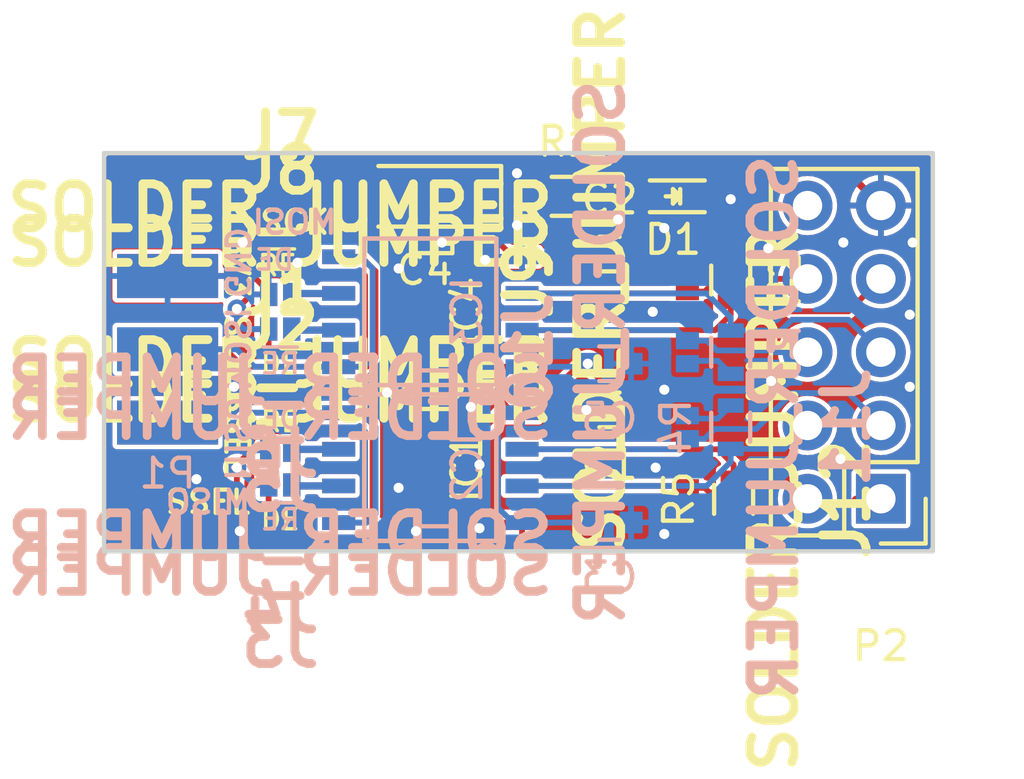
<source format=kicad_pcb>
(kicad_pcb (version 20221018) (generator pcbnew)
  (layers (0 "F.Cu" signal) (31 "B.Cu" signal) (34 "B.Paste" user) (35 "F.Paste" user) (36 "B.SilkS" user "B.Silkscreen") (37 "F.SilkS" user "F.Silkscreen") (38 "B.Mask" user) (39 "F.Mask" user) (44 "Edge.Cuts" user))
  (net 0 "")
  (net 1 "+3V3")
  (net 2 "GND")
  (net 3 "Net-(D1-Pad2)")
  (net 4 "Net-(IC1-Pad7)")
  (net 5 "Net-(IC1-Pad6)")
  (net 6 "SCK")
  (net 7 "Net-(IC1-Pad3)")
  (net 8 "Net-(IC1-Pad2)")
  (net 9 "Net-(IC2-Pad7)")
  (net 10 "Net-(IC2-Pad6)")
  (net 11 "MOSI")
  (net 12 "Net-(IC2-Pad3)")
  (net 13 "Net-(IC2-Pad2)")
  (net 14 "Net-(IC3-Pad7)")
  (net 15 "Net-(IC3-Pad6)")
  (net 16 "MISO")
  (net 17 "Net-(IC3-Pad3)")
  (net 18 "Net-(IC3-Pad2)")
  (net 19 "Net-(IC4-Pad7)")
  (net 20 "Net-(IC4-Pad6)")
  (net 21 "SSEL")
  (net 22 "Net-(IC4-Pad3)")
  (net 23 "Net-(IC4-Pad2)")
  (net 24 "Net-(J9-Pad2)")
  (net 25 "Net-(J10-Pad2)")
  (net 26 "Net-(J11-Pad2)")
  (net 27 "Net-(J12-Pad2)")
  (footprint "Capacitors_SMD:C_0603" (layer "F.Cu") (at 147 98.9 180)
    (fp_text reference "C1" (at 0 -1.9 180) (layer "F.SilkS"))
    (fp_text value "100nF")
    (pad "1" smd rect (at -0.75 0 180) (size 0.8 0.75) (layers "F.Cu" "F.Paste" "F.Mask") (net 1 "+3V3"))
    (pad "2" smd rect (at 0.75 0 180) (size 0.8 0.75) (layers "F.Cu" "F.Paste" "F.Mask") (net 2 "GND"))
  )
  (footprint "Capacitors_SMD:C_0603" (layer "F.Cu") (at 147 93.5)
    (fp_text reference "C2" (at 0 -1.9) (layer "F.SilkS"))
    (fp_text value "100nF")
    (pad "1" smd rect (at -0.75 0) (size 0.8 0.75) (layers "F.Cu" "F.Paste" "F.Mask") (net 1 "+3V3"))
    (pad "2" smd rect (at 0.75 0) (size 0.8 0.75) (layers "F.Cu" "F.Paste" "F.Mask") (net 2 "GND"))
  )
  (footprint "Capacitors_Tantalum_SMD:Tantalum_Case-A_EIA-3216-18_Reflow" (layer "F.Cu") (at 140.6 91.5 180)
    (fp_text reference "C4" (at 0 -2.55 180) (layer "F.SilkS"))
    (fp_text value "10uF")
    (pad "1" smd rect (at -1.375 0 180) (size 1.95 1.5) (layers "F.Cu" "F.Paste" "F.Mask") (net 1 "+3V3"))
    (pad "2" smd rect (at 1.375 0 180) (size 1.95 1.5) (layers "F.Cu" "F.Paste" "F.Mask") (net 2 "GND"))
  )
  (footprint "LEDs:LED_0603" (layer "F.Cu") (at 149.2 91.5 180)
    (fp_text reference "D1" (at 0 -1.5 180) (layer "F.SilkS"))
    (fp_text value "RED_LED")
    (pad "1" smd rect (at -0.7493 0) (size 0.79756 0.79756) (layers "F.Cu" "F.Paste" "F.Mask") (net 2 "GND"))
    (pad "2" smd rect (at 0.7493 0) (size 0.79756 0.79756) (layers "F.Cu" "F.Paste" "F.Mask") (net 3 "Net-(D1-Pad2)"))
  )
  (footprint "SMD_Packages:SOIC-8-N" (layer "F.Cu") (at 140.8 100.9 -90)
    (fp_text reference "IC1" (at 0 -1.27 270) (layer "F.SilkS"))
    (fp_text value "SN65LVDM176")
    (pad "1" smd rect (at -1.905 3.175 270) (size 0.508 1.143) (layers "F.Cu" "F.Paste" "F.Mask") (net 21 "SSEL"))
    (pad "2" smd rect (at -0.635 3.175 270) (size 0.508 1.143) (layers "F.Cu" "F.Paste" "F.Mask") (net 8 "Net-(IC1-Pad2)"))
    (pad "3" smd rect (at 0.635 3.175 270) (size 0.508 1.143) (layers "F.Cu" "F.Paste" "F.Mask") (net 7 "Net-(IC1-Pad3)"))
    (pad "4" smd rect (at 1.905 3.175 270) (size 0.508 1.143) (layers "F.Cu" "F.Paste" "F.Mask") (net 21 "SSEL"))
    (pad "5" smd rect (at 1.905 -3.175 270) (size 0.508 1.143) (layers "F.Cu" "F.Paste" "F.Mask") (net 2 "GND"))
    (pad "6" smd rect (at 0.635 -3.175 270) (size 0.508 1.143) (layers "F.Cu" "F.Paste" "F.Mask") (net 5 "Net-(IC1-Pad6)"))
    (pad "7" smd rect (at -0.635 -3.175 270) (size 0.508 1.143) (layers "F.Cu" "F.Paste" "F.Mask") (net 4 "Net-(IC1-Pad7)"))
    (pad "8" smd rect (at -1.905 -3.175 270) (size 0.508 1.143) (layers "F.Cu" "F.Paste" "F.Mask") (net 1 "+3V3"))
  )
  (footprint "SMD_Packages:SOIC-8-N" (layer "F.Cu") (at 140.8 95.5 -90)
    (fp_text reference "IC4" (at 0 -1.27 270) (layer "F.SilkS"))
    (fp_text value "SN65LVDM176")
    (pad "1" smd rect (at -1.905 3.175 270) (size 0.508 1.143) (layers "F.Cu" "F.Paste" "F.Mask") (net 6 "SCK"))
    (pad "2" smd rect (at -0.635 3.175 270) (size 0.508 1.143) (layers "F.Cu" "F.Paste" "F.Mask") (net 23 "Net-(IC4-Pad2)"))
    (pad "3" smd rect (at 0.635 3.175 270) (size 0.508 1.143) (layers "F.Cu" "F.Paste" "F.Mask") (net 22 "Net-(IC4-Pad3)"))
    (pad "4" smd rect (at 1.905 3.175 270) (size 0.508 1.143) (layers "F.Cu" "F.Paste" "F.Mask") (net 6 "SCK"))
    (pad "5" smd rect (at 1.905 -3.175 270) (size 0.508 1.143) (layers "F.Cu" "F.Paste" "F.Mask") (net 2 "GND"))
    (pad "6" smd rect (at 0.635 -3.175 270) (size 0.508 1.143) (layers "F.Cu" "F.Paste" "F.Mask") (net 20 "Net-(IC4-Pad6)"))
    (pad "7" smd rect (at -0.635 -3.175 270) (size 0.508 1.143) (layers "F.Cu" "F.Paste" "F.Mask") (net 19 "Net-(IC4-Pad7)"))
    (pad "8" smd rect (at -1.905 -3.175 270) (size 0.508 1.143) (layers "F.Cu" "F.Paste" "F.Mask") (net 1 "+3V3"))
  )
  (footprint "LercheTech:Lerche_2PsolderJumper" (layer "F.Cu") (at 135.6 100.3)
    (fp_text reference "J1" (at 0 -5.4991) (layer "F.SilkS") (effects (font (size 1.524 1.524) (thickness 0.3048))))
    (fp_text value "SOLDER_JUMPER" (at 0 -2.99974) (layer "F.SilkS") (effects (font (size 1.524 1.524) (thickness 0.3048))))
    (pad "1" smd rect (at -0.4 0) (size 0.6 0.8) (layers "F.Cu" "F.Paste" "F.Mask") (net 1 "+3V3"))
    (pad "2" smd rect (at 0.3 0) (size 0.6 0.8) (drill (offset 0.1 0)) (layers "F.Cu" "F.Paste" "F.Mask") (net 8 "Net-(IC1-Pad2)"))
  )
  (footprint "LercheTech:Lerche_2PsolderJumper" (layer "F.Cu") (at 135.6 101.5)
    (fp_text reference "J2" (at 0 -5.4991) (layer "F.SilkS") (effects (font (size 1.524 1.524) (thickness 0.3048))))
    (fp_text value "SOLDER_JUMPER" (at 0 -2.99974) (layer "F.SilkS") (effects (font (size 1.524 1.524) (thickness 0.3048))))
    (pad "1" smd rect (at -0.4 0) (size 0.6 0.8) (layers "F.Cu" "F.Paste" "F.Mask") (net 2 "GND"))
    (pad "2" smd rect (at 0.3 0) (size 0.6 0.8) (drill (offset 0.1 0)) (layers "F.Cu" "F.Paste" "F.Mask") (net 7 "Net-(IC1-Pad3)"))
  )
  (footprint "LercheTech:Lerche_2PsolderJumper" (layer "F.Cu") (at 135.6 94.9)
    (fp_text reference "J7" (at 0 -5.4991) (layer "F.SilkS") (effects (font (size 1.524 1.524) (thickness 0.3048))))
    (fp_text value "SOLDER_JUMPER" (at 0 -2.99974) (layer "F.SilkS") (effects (font (size 1.524 1.524) (thickness 0.3048))))
    (pad "1" smd rect (at -0.4 0) (size 0.6 0.8) (layers "F.Cu" "F.Paste" "F.Mask") (net 1 "+3V3"))
    (pad "2" smd rect (at 0.3 0) (size 0.6 0.8) (drill (offset 0.1 0)) (layers "F.Cu" "F.Paste" "F.Mask") (net 23 "Net-(IC4-Pad2)"))
  )
  (footprint "LercheTech:Lerche_2PsolderJumper" (layer "F.Cu") (at 135.6 96.1)
    (fp_text reference "J8" (at 0 -5.4991) (layer "F.SilkS") (effects (font (size 1.524 1.524) (thickness 0.3048))))
    (fp_text value "SOLDER_JUMPER" (at 0 -2.99974) (layer "F.SilkS") (effects (font (size 1.524 1.524) (thickness 0.3048))))
    (pad "1" smd rect (at -0.4 0) (size 0.6 0.8) (layers "F.Cu" "F.Paste" "F.Mask") (net 2 "GND"))
    (pad "2" smd rect (at 0.3 0) (size 0.6 0.8) (drill (offset 0.1 0)) (layers "F.Cu" "F.Paste" "F.Mask") (net 22 "Net-(IC4-Pad3)"))
  )
  (footprint "LercheTech:Lerche_2PsolderJumper" (layer "F.Cu") (at 149.7 94.4 90)
    (fp_text reference "J9" (at 0 -5.4991 90) (layer "F.SilkS") (effects (font (size 1.524 1.524) (thickness 0.3048))))
    (fp_text value "SOLDER_JUMPER" (at 0 -2.99974 90) (layer "F.SilkS") (effects (font (size 1.524 1.524) (thickness 0.3048))))
    (pad "1" smd rect (at -0.4 0 90) (size 0.6 0.8) (layers "F.Cu" "F.Paste" "F.Mask") (net 19 "Net-(IC4-Pad7)"))
    (pad "2" smd rect (at 0.3 0 90) (size 0.6 0.8) (drill (offset 0.1 0)) (layers "F.Cu" "F.Paste" "F.Mask") (net 24 "Net-(J9-Pad2)"))
  )
  (footprint "LercheTech:Lerche_2PsolderJumper" (layer "F.Cu") (at 149.7 102 -90)
    (fp_text reference "J12" (at 0 -5.4991 270) (layer "F.SilkS") (effects (font (size 1.524 1.524) (thickness 0.3048))))
    (fp_text value "SOLDER_JUMPER" (at 0 -2.99974 270) (layer "F.SilkS") (effects (font (size 1.524 1.524) (thickness 0.3048))))
    (pad "1" smd rect (at -0.4 0 270) (size 0.6 0.8) (layers "F.Cu" "F.Paste" "F.Mask") (net 5 "Net-(IC1-Pad6)"))
    (pad "2" smd rect (at 0.3 0 270) (size 0.6 0.8) (drill (offset 0.1 0)) (layers "F.Cu" "F.Paste" "F.Mask") (net 27 "Net-(J12-Pad2)"))
  )
  (footprint "Pin_Headers:Pin_Header_Straight_2x05" (layer "F.Cu") (at 156.4 101.98 180)
    (fp_text reference "P2" (at 0 -5.1 180) (layer "F.SilkS"))
    (fp_text value "CONN_02X05")
    (pad "1" thru_hole rect (at 0 0 180) (size 1.7272 1.7272) (drill 1.016) (layers "*.Cu" "*.Mask") (net 5 "Net-(IC1-Pad6)"))
    (pad "2" thru_hole oval (at 2.54 0 180) (size 1.7272 1.7272) (drill 1.016) (layers "*.Cu" "*.Mask") (net 4 "Net-(IC1-Pad7)"))
    (pad "3" thru_hole oval (at 0 2.54 180) (size 1.7272 1.7272) (drill 1.016) (layers "*.Cu" "*.Mask") (net 10 "Net-(IC2-Pad6)"))
    (pad "4" thru_hole oval (at 2.54 2.54 180) (size 1.7272 1.7272) (drill 1.016) (layers "*.Cu" "*.Mask") (net 9 "Net-(IC2-Pad7)"))
    (pad "5" thru_hole oval (at 0 5.08 180) (size 1.7272 1.7272) (drill 1.016) (layers "*.Cu" "*.Mask") (net 15 "Net-(IC3-Pad6)"))
    (pad "6" thru_hole oval (at 2.54 5.08 180) (size 1.7272 1.7272) (drill 1.016) (layers "*.Cu" "*.Mask") (net 14 "Net-(IC3-Pad7)"))
    (pad "7" thru_hole oval (at 0 7.62 180) (size 1.7272 1.7272) (drill 1.016) (layers "*.Cu" "*.Mask") (net 20 "Net-(IC4-Pad6)"))
    (pad "8" thru_hole oval (at 2.54 7.62 180) (size 1.7272 1.7272) (drill 1.016) (layers "*.Cu" "*.Mask") (net 19 "Net-(IC4-Pad7)"))
    (pad "9" thru_hole oval (at 0 10.16 180) (size 1.7272 1.7272) (drill 1.016) (layers "*.Cu" "*.Mask") (net 2 "GND"))
    (pad "10" thru_hole oval (at 2.54 10.16 180) (size 1.7272 1.7272) (drill 1.016) (layers "*.Cu" "*.Mask") (net 1 "+3V3"))
  )
  (footprint "Resistors_SMD:R_0603" (layer "F.Cu") (at 145.5 91.5)
    (fp_text reference "R1" (at 0 -1.9) (layer "F.SilkS"))
    (fp_text value "330")
    (pad "1" smd rect (at -0.75 0) (size 0.5 0.9) (layers "F.Cu" "F.Paste" "F.Mask") (net 1 "+3V3"))
    (pad "2" smd rect (at 0.75 0) (size 0.5 0.9) (layers "F.Cu" "F.Paste" "F.Mask") (net 3 "Net-(D1-Pad2)"))
  )
  (footprint "Resistors_SMD:R_0603" (layer "F.Cu") (at 151.2 94.4 -90)
    (fp_text reference "R2" (at 0 -1.9 270) (layer "F.SilkS"))
    (fp_text value "100")
    (pad "1" smd rect (at -0.75 0 270) (size 0.5 0.9) (layers "F.Cu" "F.Paste" "F.Mask") (net 24 "Net-(J9-Pad2)"))
    (pad "2" smd rect (at 0.75 0 270) (size 0.5 0.9) (layers "F.Cu" "F.Paste" "F.Mask") (net 20 "Net-(IC4-Pad6)"))
  )
  (footprint "Resistors_SMD:R_0603" (layer "F.Cu") (at 151.3 102 90)
    (fp_text reference "R5" (at 0 -1.9 90) (layer "F.SilkS"))
    (fp_text value "100")
    (pad "1" smd rect (at -0.75 0 90) (size 0.5 0.9) (layers "F.Cu" "F.Paste" "F.Mask") (net 27 "Net-(J12-Pad2)"))
    (pad "2" smd rect (at 0.75 0 90) (size 0.5 0.9) (layers "F.Cu" "F.Paste" "F.Mask") (net 4 "Net-(IC1-Pad7)"))
  )
  (footprint "LercheTech:Lerche_via_0.35_GND_MaskOver" (layer "F.Cu") (at 146.2 98.9)
    (fp_text reference "" (at 0 -2.9) (layer "F.SilkS"))
    (fp_text value "" (at 0 -1.4) (layer "F.SilkS"))
    (pad "" thru_hole circle (at 0 0) (size 0.65 0.65) (drill 0.35) (layers "*.Cu" "*.Mask") (net 2 "GND") (clearance 0.001))
  )
  (footprint "LercheTech:Lerche_via_0.35_GND_MaskOver" (layer "F.Cu") (at 134.3 93.1)
    (fp_text reference "" (at 0 -2.9) (layer "F.SilkS"))
    (fp_text value "" (at 0 -1.4) (layer "F.SilkS"))
    (pad "" thru_hole circle (at 0 0) (size 0.65 0.65) (drill 0.35) (layers "*.Cu" "*.Mask") (net 2 "GND") (clearance 0.001))
  )
  (footprint "LercheTech:Lerche_via_0.35_GND_MaskOver" (layer "F.Cu") (at 139.7 94)
    (fp_text reference "" (at 0 -2.9) (layer "F.SilkS"))
    (fp_text value "" (at 0 -1.4) (layer "F.SilkS"))
    (pad "" thru_hole circle (at 0 0) (size 0.65 0.65) (drill 0.35) (layers "*.Cu" "*.Mask") (net 2 "GND") (clearance 0.001))
  )
  (footprint "LercheTech:Lerche_via_0.35_GND_MaskOver" (layer "F.Cu") (at 134 98.1)
    (fp_text reference "" (at 0 -2.9) (layer "F.SilkS"))
    (fp_text value "" (at 0 -1.4) (layer "F.SilkS"))
    (pad "" thru_hole circle (at 0 0) (size 0.65 0.65) (drill 0.35) (layers "*.Cu" "*.Mask") (net 2 "GND") (clearance 0.001))
  )
  (footprint "LercheTech:Lerche_via_0.35_GND_MaskOver" (layer "F.Cu") (at 139.3 98.3)
    (fp_text reference "" (at 0 -2.9) (layer "F.SilkS"))
    (fp_text value "" (at 0 -1.4) (layer "F.SilkS"))
    (pad "" thru_hole circle (at 0 0) (size 0.65 0.65) (drill 0.35) (layers "*.Cu" "*.Mask") (net 2 "GND") (clearance 0.001))
  )
  (footprint "LercheTech:Lerche_via_0.35_GND_MaskOver" (layer "F.Cu") (at 139.7 101.6)
    (fp_text reference "" (at 0 -2.9) (layer "F.SilkS"))
    (fp_text value "" (at 0 -1.4) (layer "F.SilkS"))
    (pad "" thru_hole circle (at 0 0) (size 0.65 0.65) (drill 0.35) (layers "*.Cu" "*.Mask") (net 2 "GND") (clearance 0.001))
  )
  (footprint "LercheTech:Lerche_via_0.35_GND_MaskOver" (layer "F.Cu") (at 140.3 103.1)
    (fp_text reference "" (at 0 -2.9) (layer "F.SilkS"))
    (fp_text value "" (at 0 -1.4) (layer "F.SilkS"))
    (pad "" thru_hole circle (at 0 0) (size 0.65 0.65) (drill 0.35) (layers "*.Cu" "*.Mask") (net 2 "GND") (clearance 0.001))
  )
  (footprint "LercheTech:Lerche_via_0.35_GND_MaskOver" (layer "F.Cu") (at 134.2 103.1)
    (fp_text reference "" (at 0 -2.9) (layer "F.SilkS"))
    (fp_text value "" (at 0 -1.4) (layer "F.SilkS"))
    (pad "" thru_hole circle (at 0 0) (size 0.65 0.65) (drill 0.35) (layers "*.Cu" "*.Mask") (net 2 "GND") (clearance 0.001))
  )
  (footprint "LercheTech:Lerche_via_0.35_GND_MaskOver" (layer "F.Cu") (at 132.7 101.3)
    (fp_text reference "" (at 0 -2.9) (layer "F.SilkS"))
    (fp_text value "" (at 0 -1.4) (layer "F.SilkS"))
    (pad "" thru_hole circle (at 0 0) (size 0.65 0.65) (drill 0.35) (layers "*.Cu" "*.Mask") (net 2 "GND") (clearance 0.001))
  )
  (footprint "LercheTech:Lerche_via_0.35_GND_MaskOver" (layer "F.Cu") (at 136.2 93.8)
    (fp_text reference "" (at 0 -2.9) (layer "F.SilkS"))
    (fp_text value "" (at 0 -1.4) (layer "F.SilkS"))
    (pad "" thru_hole circle (at 0 0) (size 0.65 0.65) (drill 0.35) (layers "*.Cu" "*.Mask") (net 2 "GND") (clearance 0.001))
  )
  (footprint "LercheTech:Lerche_via_0.35_GND_MaskOver" (layer "F.Cu") (at 142.5 100.8)
    (fp_text reference "" (at 0 -2.9) (layer "F.SilkS"))
    (fp_text value "" (at 0 -1.4) (layer "F.SilkS"))
    (pad "" thru_hole circle (at 0 0) (size 0.65 0.65) (drill 0.35) (layers "*.Cu" "*.Mask") (net 2 "GND") (clearance 0.001))
  )
  (footprint "LercheTech:Lerche_via_0.35_GND_MaskOver" (layer "F.Cu") (at 142.2 98.8)
    (fp_text reference "" (at 0 -2.9) (layer "F.SilkS"))
    (fp_text value "" (at 0 -1.4) (layer "F.SilkS"))
    (pad "" thru_hole circle (at 0 0) (size 0.65 0.65) (drill 0.35) (layers "*.Cu" "*.Mask") (net 2 "GND") (clearance 0.001))
  )
  (footprint "LercheTech:Lerche_via_0.35_GND_MaskOver" (layer "F.Cu") (at 141.2 93.1)
    (fp_text reference "" (at 0 -2.9) (layer "F.SilkS"))
    (fp_text value "" (at 0 -1.4) (layer "F.SilkS"))
    (pad "" thru_hole circle (at 0 0) (size 0.65 0.65) (drill 0.35) (layers "*.Cu" "*.Mask") (net 2 "GND") (clearance 0.001))
  )
  (footprint "LercheTech:Lerche_via_0.35_GND_MaskOver" (layer "F.Cu") (at 142.7 93.7)
    (fp_text reference "" (at 0 -2.9) (layer "F.SilkS"))
    (fp_text value "" (at 0 -1.4) (layer "F.SilkS"))
    (pad "" thru_hole circle (at 0 0) (size 0.65 0.65) (drill 0.35) (layers "*.Cu" "*.Mask") (net 2 "GND") (clearance 0.001))
  )
  (footprint "LercheTech:Lerche_via_0.35_GND_MaskOver" (layer "F.Cu") (at 143.8 92.5)
    (fp_text reference "" (at 0 -2.9) (layer "F.SilkS"))
    (fp_text value "" (at 0 -1.4) (layer "F.SilkS"))
    (pad "" thru_hole circle (at 0 0) (size 0.65 0.65) (drill 0.35) (layers "*.Cu" "*.Mask") (net 2 "GND") (clearance 0.001))
  )
  (footprint "LercheTech:Lerche_via_0.35_GND_MaskOver" (layer "F.Cu") (at 143.8 90.7)
    (fp_text reference "" (at 0 -2.9) (layer "F.SilkS"))
    (fp_text value "" (at 0 -1.4) (layer "F.SilkS"))
    (pad "" thru_hole circle (at 0 0) (size 0.65 0.65) (drill 0.35) (layers "*.Cu" "*.Mask") (net 2 "GND") (clearance 0.001))
  )
  (footprint "LercheTech:Lerche_via_0.35_GND_MaskOver" (layer "F.Cu") (at 147.3 92.3)
    (fp_text reference "" (at 0 -2.9) (layer "F.SilkS"))
    (fp_text value "" (at 0 -1.4) (layer "F.SilkS"))
    (pad "" thru_hole circle (at 0 0) (size 0.65 0.65) (drill 0.35) (layers "*.Cu" "*.Mask") (net 2 "GND") (clearance 0.001))
  )
  (footprint "LercheTech:Lerche_via_0.35_GND_MaskOver" (layer "F.Cu") (at 148.5 95.5)
    (fp_text reference "" (at 0 -2.9) (layer "F.SilkS"))
    (fp_text value "" (at 0 -1.4) (layer "F.SilkS"))
    (pad "" thru_hole circle (at 0 0) (size 0.65 0.65) (drill 0.35) (layers "*.Cu" "*.Mask") (net 2 "GND") (clearance 0.001))
  )
  (footprint "LercheTech:Lerche_via_0.35_GND_MaskOver" (layer "F.Cu") (at 148.9 98.2)
    (fp_text reference "" (at 0 -2.9) (layer "F.SilkS"))
    (fp_text value "" (at 0 -1.4) (layer "F.SilkS"))
    (pad "" thru_hole circle (at 0 0) (size 0.65 0.65) (drill 0.35) (layers "*.Cu" "*.Mask") (net 2 "GND") (clearance 0.001))
  )
  (footprint "LercheTech:Lerche_via_0.35_GND_MaskOver" (layer "F.Cu") (at 148.6 100.9)
    (fp_text reference "" (at 0 -2.9) (layer "F.SilkS"))
    (fp_text value "" (at 0 -1.4) (layer "F.SilkS"))
    (pad "" thru_hole circle (at 0 0) (size 0.65 0.65) (drill 0.35) (layers "*.Cu" "*.Mask") (net 2 "GND") (clearance 0.001))
  )
  (footprint "LercheTech:Lerche_via_0.35_GND_MaskOver" (layer "F.Cu") (at 148.9 103.2)
    (fp_text reference "" (at 0 -2.9) (layer "F.SilkS"))
    (fp_text value "" (at 0 -1.4) (layer "F.SilkS"))
    (pad "" thru_hole circle (at 0 0) (size 0.65 0.65) (drill 0.35) (layers "*.Cu" "*.Mask") (net 2 "GND") (clearance 0.001))
  )
  (footprint "LercheTech:Lerche_via_0.35_GND_MaskOver" (layer "F.Cu") (at 155 100.6)
    (fp_text reference "" (at 0 -2.9) (layer "F.SilkS"))
    (fp_text value "" (at 0 -1.4) (layer "F.SilkS"))
    (pad "" thru_hole circle (at 0 0) (size 0.65 0.65) (drill 0.35) (layers "*.Cu" "*.Mask") (net 2 "GND") (clearance 0.001))
  )
  (footprint "LercheTech:Lerche_via_0.35_GND_MaskOver" (layer "F.Cu") (at 157.4 98.1)
    (fp_text reference "" (at 0 -2.9) (layer "F.SilkS"))
    (fp_text value "" (at 0 -1.4) (layer "F.SilkS"))
    (pad "" thru_hole circle (at 0 0) (size 0.65 0.65) (drill 0.35) (layers "*.Cu" "*.Mask") (net 2 "GND") (clearance 0.001))
  )
  (footprint "LercheTech:Lerche_via_0.35_GND_MaskOver" (layer "F.Cu") (at 157.4 95.6)
    (fp_text reference "" (at 0 -2.9) (layer "F.SilkS"))
    (fp_text value "" (at 0 -1.4) (layer "F.SilkS"))
    (pad "" thru_hole circle (at 0 0) (size 0.65 0.65) (drill 0.35) (layers "*.Cu" "*.Mask") (net 2 "GND") (clearance 0.001))
  )
  (footprint "LercheTech:Lerche_via_0.35_GND_MaskOver" (layer "F.Cu") (at 155.1 93.1)
    (fp_text reference "" (at 0 -2.9) (layer "F.SilkS"))
    (fp_text value "" (at 0 -1.4) (layer "F.SilkS"))
    (pad "" thru_hole circle (at 0 0) (size 0.65 0.65) (drill 0.35) (layers "*.Cu" "*.Mask") (net 2 "GND") (clearance 0.001))
  )
  (footprint "LercheTech:Lerche_via_0.35_GND_MaskOver" (layer "F.Cu") (at 157.5 93.1)
    (fp_text reference "" (at 0 -2.9) (layer "F.SilkS"))
    (fp_text value "" (at 0 -1.4) (layer "F.SilkS"))
    (pad "" thru_hole circle (at 0 0) (size 0.65 0.65) (drill 0.35) (layers "*.Cu" "*.Mask") (net 2 "GND") (clearance 0.001))
  )
  (footprint "LercheTech:Lerche_via_0.35_GND_MaskOver" (layer "F.Cu") (at 151.2 91.6)
    (fp_text reference "" (at 0 -2.9) (layer "F.SilkS"))
    (fp_text value "" (at 0 -1.4) (layer "F.SilkS"))
    (pad "" thru_hole circle (at 0 0) (size 0.65 0.65) (drill 0.35) (layers "*.Cu" "*.Mask") (net 2 "GND") (clearance 0.001))
  )
  (footprint "LercheTech:Lerche_via_0.35_GND_MaskOver" (layer "F.Cu") (at 148.9 92.6)
    (fp_text reference "" (at 0 -2.9) (layer "F.SilkS"))
    (fp_text value "" (at 0 -1.4) (layer "F.SilkS"))
    (pad "" thru_hole circle (at 0 0) (size 0.65 0.65) (drill 0.35) (layers "*.Cu" "*.Mask") (net 2 "GND") (clearance 0.001))
  )
  (footprint "LercheTech:Lerche_via_0.35_GND_MaskOver" (layer "F.Cu") (at 152.5 93.3)
    (fp_text reference "" (at 0 -2.9) (layer "F.SilkS"))
    (fp_text value "" (at 0 -1.4) (layer "F.SilkS"))
    (pad "" thru_hole circle (at 0 0) (size 0.65 0.65) (drill 0.35) (layers "*.Cu" "*.Mask") (net 2 "GND") (clearance 0.001))
  )
  (footprint "LercheTech:Lerche_via_0.35_GND_MaskOver" (layer "F.Cu") (at 152.6 97.9)
    (fp_text reference "" (at 0 -2.9) (layer "F.SilkS"))
    (fp_text value "" (at 0 -1.4) (layer "F.SilkS"))
    (pad "" thru_hole circle (at 0 0) (size 0.65 0.65) (drill 0.35) (layers "*.Cu" "*.Mask") (net 2 "GND") (clearance 0.001))
  )
  (footprint "LercheTech:Lerche_via_0.35_GND_MaskOver" (layer "F.Cu") (at 142.5 103)
    (fp_text reference "" (at 0 -2.9) (layer "F.SilkS"))
    (fp_text value "" (at 0 -1.4) (layer "F.SilkS"))
    (pad "" thru_hole circle (at 0 0) (size 0.65 0.65) (drill 0.35) (layers "*.Cu" "*.Mask") (net 2 "GND") (clearance 0.001))
  )
  (footprint "Capacitors_SMD:C_0603" (layer "B.Cu") (at 147 102.8)
    (fp_text reference "C3" (at 0 1.9) (layer "B.SilkS") (effects (justify mirror)))
    (fp_text value "100nF")
    (pad "1" smd rect (at -0.75 0) (size 0.8 0.75) (layers "B.Cu" "B.Paste" "B.Mask") (net 1 "+3V3"))
    (pad "2" smd rect (at 0.75 0) (size 0.8 0.75) (layers "B.Cu" "B.Paste" "B.Mask") (net 2 "GND"))
  )
  (footprint "Capacitors_SMD:C_0603" (layer "B.Cu") (at 147 97.3)
    (fp_text reference "C5" (at 0 1.9) (layer "B.SilkS") (effects (justify mirror)))
    (fp_text value "100nF")
    (pad "1" smd rect (at -0.75 0) (size 0.8 0.75) (layers "B.Cu" "B.Paste" "B.Mask") (net 1 "+3V3"))
    (pad "2" smd rect (at 0.75 0) (size 0.8 0.75) (layers "B.Cu" "B.Paste" "B.Mask") (net 2 "GND"))
  )
  (footprint "SMD_Packages:SOIC-8-N" (layer "B.Cu") (at 140.8 100.9 90)
    (fp_text reference "IC2" (at 0 1.27 90) (layer "B.SilkS") (effects (justify mirror)))
    (fp_text value "SN65LVDM176")
    (pad "1" smd rect (at -1.905 -3.175 90) (size 0.508 1.143) (layers "B.Cu" "B.Paste" "B.Mask") (net 16 "MISO"))
    (pad "2" smd rect (at -0.635 -3.175 90) (size 0.508 1.143) (layers "B.Cu" "B.Paste" "B.Mask") (net 13 "Net-(IC2-Pad2)"))
    (pad "3" smd rect (at 0.635 -3.175 90) (size 0.508 1.143) (layers "B.Cu" "B.Paste" "B.Mask") (net 12 "Net-(IC2-Pad3)"))
    (pad "4" smd rect (at 1.905 -3.175 90) (size 0.508 1.143) (layers "B.Cu" "B.Paste" "B.Mask") (net 16 "MISO"))
    (pad "5" smd rect (at 1.905 3.175 90) (size 0.508 1.143) (layers "B.Cu" "B.Paste" "B.Mask") (net 2 "GND"))
    (pad "6" smd rect (at 0.635 3.175 90) (size 0.508 1.143) (layers "B.Cu" "B.Paste" "B.Mask") (net 10 "Net-(IC2-Pad6)"))
    (pad "7" smd rect (at -0.635 3.175 90) (size 0.508 1.143) (layers "B.Cu" "B.Paste" "B.Mask") (net 9 "Net-(IC2-Pad7)"))
    (pad "8" smd rect (at -1.905 3.175 90) (size 0.508 1.143) (layers "B.Cu" "B.Paste" "B.Mask") (net 1 "+3V3"))
  )
  (footprint "SMD_Packages:SOIC-8-N" (layer "B.Cu") (at 140.8 95.5 90)
    (fp_text reference "IC3" (at 0 1.27 90) (layer "B.SilkS") (effects (justify mirror)))
    (fp_text value "SN65LVDM176")
    (pad "1" smd rect (at -1.905 -3.175 90) (size 0.508 1.143) (layers "B.Cu" "B.Paste" "B.Mask") (net 11 "MOSI"))
    (pad "2" smd rect (at -0.635 -3.175 90) (size 0.508 1.143) (layers "B.Cu" "B.Paste" "B.Mask") (net 18 "Net-(IC3-Pad2)"))
    (pad "3" smd rect (at 0.635 -3.175 90) (size 0.508 1.143) (layers "B.Cu" "B.Paste" "B.Mask") (net 17 "Net-(IC3-Pad3)"))
    (pad "4" smd rect (at 1.905 -3.175 90) (size 0.508 1.143) (layers "B.Cu" "B.Paste" "B.Mask") (net 11 "MOSI"))
    (pad "5" smd rect (at 1.905 3.175 90) (size 0.508 1.143) (layers "B.Cu" "B.Paste" "B.Mask") (net 2 "GND"))
    (pad "6" smd rect (at 0.635 3.175 90) (size 0.508 1.143) (layers "B.Cu" "B.Paste" "B.Mask") (net 15 "Net-(IC3-Pad6)"))
    (pad "7" smd rect (at -0.635 3.175 90) (size 0.508 1.143) (layers "B.Cu" "B.Paste" "B.Mask") (net 14 "Net-(IC3-Pad7)"))
    (pad "8" smd rect (at -1.905 3.175 90) (size 0.508 1.143) (layers "B.Cu" "B.Paste" "B.Mask") (net 1 "+3V3"))
  )
  (footprint "LercheTech:Lerche_2PsolderJumper" (layer "B.Cu") (at 135.6 101.5)
    (fp_text reference "J3" (at 0 5.4991) (layer "B.SilkS") (effects (font (size 1.524 1.524) (thickness 0.3048)) (justify mirror)))
    (fp_text value "SOLDER_JUMPER" (at 0 2.99974) (layer "B.SilkS") (effects (font (size 1.524 1.524) (thickness 0.3048)) (justify mirror)))
    (pad "1" smd rect (at -0.4 0) (size 0.6 0.8) (layers "B.Cu" "B.Paste" "B.Mask") (net 1 "+3V3"))
    (pad "2" smd rect (at 0.3 0) (size 0.6 0.8) (drill (offset 0.1 0)) (layers "B.Cu" "B.Paste" "B.Mask") (net 13 "Net-(IC2-Pad2)"))
  )
  (footprint "LercheTech:Lerche_2PsolderJumper" (layer "B.Cu") (at 135.6 100.3)
    (fp_text reference "J4" (at 0 5.4991) (layer "B.SilkS") (effects (font (size 1.524 1.524) (thickness 0.3048)) (justify mirror)))
    (fp_text value "SOLDER_JUMPER" (at 0 2.99974) (layer "B.SilkS") (effects (font (size 1.524 1.524) (thickness 0.3048)) (justify mirror)))
    (pad "1" smd rect (at -0.4 0) (size 0.6 0.8) (layers "B.Cu" "B.Paste" "B.Mask") (net 2 "GND"))
    (pad "2" smd rect (at 0.3 0) (size 0.6 0.8) (drill (offset 0.1 0)) (layers "B.Cu" "B.Paste" "B.Mask") (net 12 "Net-(IC2-Pad3)"))
  )
  (footprint "LercheTech:Lerche_2PsolderJumper" (layer "B.Cu") (at 135.6 96.1)
    (fp_text reference "J5" (at 0 5.4991) (layer "B.SilkS") (effects (font (size 1.524 1.524) (thickness 0.3048)) (justify mirror)))
    (fp_text value "SOLDER_JUMPER" (at 0 2.99974) (layer "B.SilkS") (effects (font (size 1.524 1.524) (thickness 0.3048)) (justify mirror)))
    (pad "1" smd rect (at -0.4 0) (size 0.6 0.8) (layers "B.Cu" "B.Paste" "B.Mask") (net 1 "+3V3"))
    (pad "2" smd rect (at 0.3 0) (size 0.6 0.8) (drill (offset 0.1 0)) (layers "B.Cu" "B.Paste" "B.Mask") (net 18 "Net-(IC3-Pad2)"))
  )
  (footprint "LercheTech:Lerche_2PsolderJumper" (layer "B.Cu") (at 135.6 94.9)
    (fp_text reference "J6" (at 0 5.4991) (layer "B.SilkS") (effects (font (size 1.524 1.524) (thickness 0.3048)) (justify mirror)))
    (fp_text value "SOLDER_JUMPER" (at 0 2.99974) (layer "B.SilkS") (effects (font (size 1.524 1.524) (thickness 0.3048)) (justify mirror)))
    (pad "1" smd rect (at -0.4 0) (size 0.6 0.8) (layers "B.Cu" "B.Paste" "B.Mask") (net 2 "GND"))
    (pad "2" smd rect (at 0.3 0) (size 0.6 0.8) (drill (offset 0.1 0)) (layers "B.Cu" "B.Paste" "B.Mask") (net 17 "Net-(IC3-Pad3)"))
  )
  (footprint "LercheTech:Lerche_2PsolderJumper" (layer "B.Cu") (at 149.7 96.9 -90)
    (fp_text reference "J10" (at 0 5.4991 270) (layer "B.SilkS") (effects (font (size 1.524 1.524) (thickness 0.3048)) (justify mirror)))
    (fp_text value "SOLDER_JUMPER" (at 0 2.99974 270) (layer "B.SilkS") (effects (font (size 1.524 1.524) (thickness 0.3048)) (justify mirror)))
    (pad "1" smd rect (at -0.4 0 270) (size 0.6 0.8) (layers "B.Cu" "B.Paste" "B.Mask") (net 14 "Net-(IC3-Pad7)"))
    (pad "2" smd rect (at 0.3 0 270) (size 0.6 0.8) (drill (offset 0.1 0)) (layers "B.Cu" "B.Paste" "B.Mask") (net 25 "Net-(J10-Pad2)"))
  )
  (footprint "LercheTech:Lerche_2PsolderJumper" (layer "B.Cu") (at 149.7 99.5 90)
    (fp_text reference "J11" (at 0 5.4991 90) (layer "B.SilkS") (effects (font (size 1.524 1.524) (thickness 0.3048)) (justify mirror)))
    (fp_text value "SOLDER_JUMPER" (at 0 2.99974 90) (layer "B.SilkS") (effects (font (size 1.524 1.524) (thickness 0.3048)) (justify mirror)))
    (pad "1" smd rect (at -0.4 0 90) (size 0.6 0.8) (layers "B.Cu" "B.Paste" "B.Mask") (net 10 "Net-(IC2-Pad6)"))
    (pad "2" smd rect (at 0.3 0 90) (size 0.6 0.8) (drill (offset 0.1 0)) (layers "B.Cu" "B.Paste" "B.Mask") (net 26 "Net-(J11-Pad2)"))
  )
  (footprint "LercheTech:Lerche_2x3p_2.54mm_PCBedge" (layer "B.Cu") (at 131.7 96.8)
    (fp_text reference "P1" (at 0 4.3) (layer "B.SilkS") (effects (justify mirror)))
    (fp_text value "CONN_02X03")
    (pad "1" smd rect (at 0 2.54) (size 3.5 1.524) (layers "B.Cu" "B.Paste" "B.Mask") (net 16 "MISO"))
    (pad "2" smd rect (at 0 2.54) (size 3.5 1.524) (layers "F.Cu" "B.Paste" "B.Mask") (net 21 "SSEL"))
    (pad "3" smd rect (at 0 0) (size 3.5 1.524) (layers "B.Cu" "B.Paste" "B.Mask") (net 11 "MOSI"))
    (pad "4" smd rect (at 0 0) (size 3.5 1.524) (layers "F.Cu" "B.Paste" "B.Mask") (net 6 "SCK"))
    (pad "5" smd rect (at 0 -2.54) (size 3.5 1.524) (layers "B.Cu" "B.Paste" "B.Mask") (net 2 "GND"))
    (pad "6" smd rect (at 0 -2.54) (size 3.5 1.524) (layers "F.Cu" "B.Paste" "B.Mask") (net 1 "+3V3"))
  )
  (footprint "Resistors_SMD:R_0603" (layer "B.Cu") (at 151.2 96.9 90)
    (fp_text reference "R3" (at 0 1.9 90) (layer "B.SilkS") (effects (justify mirror)))
    (fp_text value "100")
    (pad "1" smd rect (at -0.75 0 90) (size 0.5 0.9) (layers "B.Cu" "B.Paste" "B.Mask") (net 25 "Net-(J10-Pad2)"))
    (pad "2" smd rect (at 0.75 0 90) (size 0.5 0.9) (layers "B.Cu" "B.Paste" "B.Mask") (net 15 "Net-(IC3-Pad6)"))
  )
  (footprint "Resistors_SMD:R_0603" (layer "B.Cu") (at 151.2 99.5 -90)
    (fp_text reference "R4" (at 0 1.9 270) (layer "B.SilkS") (effects (justify mirror)))
    (fp_text value "100")
    (pad "1" smd rect (at -0.75 0 270) (size 0.5 0.9) (layers "B.Cu" "B.Paste" "B.Mask") (net 26 "Net-(J11-Pad2)"))
    (pad "2" smd rect (at 0.75 0 270) (size 0.5 0.9) (layers "B.Cu" "B.Paste" "B.Mask") (net 9 "Net-(IC2-Pad7)"))
  )
  (gr_line (start 129.5 103.8) (end 129.5 90) (stroke (width 0.15)) (layer "Edge.Cuts"))
  (gr_line (start 158.2 90) (end 158.2 103.8) (stroke (width 0.15)) (layer "Edge.Cuts"))
  (gr_line (start 129.5 90) (end 140.6 90) (stroke (width 0.15)) (layer "Edge.Cuts"))
  (gr_line (start 140.6 90) (end 158.2 90) (stroke (width 0.15)) (layer "Edge.Cuts"))
  (gr_line (start 158.2 103.8) (end 129.5 103.8) (stroke (width 0.15)) (layer "Edge.Cuts"))
  (gr_text "MISO" (at 133.1 102.1) (layer "B.SilkS") (effects (font (size 0.8 0.8)) (justify mirror)))
  (gr_text "~{RE}" (at 135.6 97.3) (layer "B.SilkS") (effects (font (size 0.7 0.7) (thickness 0.12)) (justify mirror)))
  (gr_text "DE" (at 135.4 93.7) (layer "B.SilkS") (effects (font (size 0.7 0.7) (thickness 0.12)) (justify mirror)))
  (gr_text "MOSI" (at 136.1 92.4) (layer "B.SilkS") (effects (font (size 0.8 0.8)) (justify mirror)))
  (gr_text "~{RE}" (at 135.6 102.7) (layer "B.SilkS") (effects (font (size 0.7 0.7) (thickness 0.12)) (justify mirror)))
  (gr_text "DE" (at 135.6 99.2) (layer "B.SilkS") (effects (font (size 0.7 0.7) (thickness 0.12)) (justify mirror)))
  (gr_text "MISO" (at 134.1 99.9 270) (layer "B.SilkS") (effects (font (size 0.8 0.8)) (justify mirror)))
  (gr_text "MOSI" (at 134.1 96.8 270) (layer "B.SilkS") (effects (font (size 0.8 0.8)) (justify mirror)))
  (gr_text "GND" (at 134.1 93.8 270) (layer "B.SilkS") (effects (font (size 0.8 0.8)) (justify mirror)))
  (gr_text "~{RE}" (at 135.5 93.9) (layer "F.SilkS") (effects (font (size 0.7 0.7) (thickness 0.12))))
  (gr_text "DE" (at 135.6 97.3) (layer "F.SilkS") (effects (font (size 0.7 0.7) (thickness 0.12))))
  (gr_text "DE" (at 135.6 102.7) (layer "F.SilkS") (effects (font (size 0.7 0.7) (thickness 0.12))))
  (gr_text "~{RE}" (at 135.6 99.3) (layer "F.SilkS") (effects (font (size 0.7 0.7) (thickness 0.12))))
  (gr_text "SSEL" (at 133.1 102.1) (layer "F.SilkS") (effects (font (size 0.8 0.8))))
  (gr_text "SCK" (at 134.1 96.8 270) (layer "F.SilkS") (effects (font (size 0.8 0.8))))
  (gr_text "SSEL" (at 134.1 99.7 270) (layer "F.SilkS") (effects (font (size 0.8 0.8))))
  (gr_text "3V3" (at 134.1 93.9 270) (layer "F.SilkS") (effects (font (size 0.8 0.8))))
  (gr_text "SCK" (at 136.1 92.4) (layer "F.SilkS") (effects (font (size 0.8 0.8))))
  (segment (start 141.975 92.45) (end 141.975 91.5) (width 0.2) (layer "F.Cu") (net 1))
  (segment (start 143.975 98.995) (end 143.2035 98.995) (width 0.2) (layer "F.Cu") (net 1))
  (segment (start 145.8625 97.425) (end 144.2925 98.995) (width 0.2) (layer "F.Cu") (net 1))
  (segment (start 153.86 91.82) (end 152.638686 91.82) (width 0.2) (layer "F.Cu") (net 1))
  (segment (start 143.6575 93.595) (end 141.975 91.9125) (width 0.2) (layer "F.Cu") (net 1))
  (segment (start 146.275 93.5) (end 146.25 93.5) (width 0.2) (layer "F.Cu") (net 1))
  (segment (start 134.66 94.26) (end 135.839001 93.080999) (width 0.2) (layer "F.Cu") (net 1))
  (segment (start 143.2035 98.995) (end 138.879499 103.319001) (width 0.2) (layer "F.Cu") (net 1))
  (segment (start 146.155 93.595) (end 146.25 93.5) (width 0.2) (layer "F.Cu") (net 1))
  (segment (start 143.975 98.995) (end 143.6575 98.995) (width 0.2) (layer "F.Cu") (net 1))
  (segment (start 143.6575 98.995) (end 141.975 97.3125) (width 0.2) (layer "F.Cu") (net 1))
  (segment (start 144.2925 98.995) (end 143.975 98.995) (width 0.2) (layer "F.Cu") (net 1))
  (segment (start 134.6 94.9) (end 134.1 95.4) (width 0.2) (layer "F.Cu") (net 1))
  (segment (start 131.7 94.26) (end 134.66 94.26) (width 0.2) (layer "F.Cu") (net 1))
  (segment (start 138.879499 103.319001) (end 135.619001 103.319001) (width 0.2) (layer "F.Cu") (net 1))
  (segment (start 152.638686 91.82) (end 151.999896 92.45879) (width 0.2) (layer "F.Cu") (net 1))
  (segment (start 143.975 93.595) (end 143.6575 93.595) (width 0.2) (layer "F.Cu") (net 1))
  (segment (start 135.2 100.3) (end 134.6 100.3) (width 0.2) (layer "F.Cu") (net 1))
  (segment (start 151.999896 92.45879) (end 150.09842 92.45879) (width 0.2) (layer "F.Cu") (net 1))
  (segment (start 134.6 100.3) (end 134.1 100.8) (width 0.2) (layer "F.Cu") (net 1))
  (segment (start 135.2 94.9) (end 134.6 94.9) (width 0.2) (layer "F.Cu") (net 1))
  (segment (start 134.66 94.26) (end 135.2 94.8) (width 0.2) (layer "F.Cu") (net 1))
  (segment (start 134.1 101.8) (end 134.1 100.9) (width 0.2) (layer "F.Cu") (net 1))
  (segment (start 143.15 91.5) (end 144.75 91.5) (width 0.2) (layer "F.Cu") (net 1))
  (segment (start 135.619001 103.319001) (end 134.1 101.8) (width 0.2) (layer "F.Cu") (net 1))
  (segment (start 141.975 97.3125) (end 141.975 92.45) (width 0.2) (layer "F.Cu") (net 1))
  (segment (start 141.975 91.5) (end 143.15 91.5) (width 0.2) (layer "F.Cu") (net 1))
  (segment (start 150.09842 92.45879) (end 148.422209 94.135001) (width 0.2) (layer "F.Cu") (net 1))
  (segment (start 134.1 100.8) (end 134.1 100.9) (width 0.2) (layer "F.Cu") (net 1))
  (segment (start 141.975 91.9125) (end 141.975 91.5) (width 0.2) (layer "F.Cu") (net 1))
  (segment (start 135.2 94.8) (end 135.2 94.9) (width 0.2) (layer "F.Cu") (net 1))
  (segment (start 135.839001 93.080999) (end 140.169001 93.080999) (width 0.2) (layer "F.Cu") (net 1))
  (segment (start 143.975 93.595) (end 146.155 93.595) (width 0.2) (layer "F.Cu") (net 1))
  (segment (start 146.25 97.425) (end 145.8625 97.425) (width 0.2) (layer "F.Cu") (net 1))
  (segment (start 141.75 91.5) (end 141.975 91.5) (width 0.2) (layer "F.Cu") (net 1))
  (segment (start 148.422209 94.135001) (end 146.910001 94.135001) (width 0.2) (layer "F.Cu") (net 1))
  (segment (start 146.910001 94.135001) (end 146.275 93.5) (width 0.2) (layer "F.Cu") (net 1))
  (segment (start 147.725 98.9) (end 146.25 97.425) (width 0.2) (layer "F.Cu") (net 1))
  (segment (start 147.75 98.9) (end 147.725 98.9) (width 0.2) (layer "F.Cu") (net 1))
  (segment (start 140.169001 93.080999) (end 141.75 91.5) (width 0.2) (layer "F.Cu") (net 1))
  (via (at 134.1 95.4) (size 0.65) (drill 0.35) (layers "F.Cu" "B.Cu") (net 1))
  (via (at 146.25 97.3) (size 0.65) (drill 0.35) (layers "F.Cu" "B.Cu") (net 1))
  (via (at 134.1 100.9) (size 0.65) (drill 0.35) (layers "F.Cu" "B.Cu") (net 1))
  (segment (start 146.145 97.405) (end 146.25 97.3) (width 0.2) (layer "B.Cu") (net 1))
  (segment (start 134.1 100.9) (end 134.7 101.5) (width 0.2) (layer "B.Cu") (net 1))
  (segment (start 134.340381 96.1) (end 135.2 96.1) (width 0.2) (layer "B.Cu") (net 1))
  (segment (start 134.7 101.5) (end 135.2 101.5) (width 0.2) (layer "B.Cu") (net 1))
  (segment (start 134.1 95.4) (end 134.1 95.859619) (width 0.2) (layer "B.Cu") (net 1))
  (segment (start 143.6575 97.405) (end 143.975 97.405) (width 0.2) (layer "B.Cu") (net 1))
  (segment (start 146.245 102.805) (end 146.25 102.8) (width 0.2) (layer "B.Cu") (net 1))
  (segment (start 143.975 102.805) (end 146.245 102.805) (width 0.2) (layer "B.Cu") (net 1))
  (segment (start 143.6575 102.805) (end 143.143499 102.290999) (width 0.2) (layer "B.Cu") (net 1))
  (segment (start 143.975 102.805) (end 143.6575 102.805) (width 0.2) (layer "B.Cu") (net 1))
  (segment (start 143.975 97.405) (end 146.145 97.405) (width 0.2) (layer "B.Cu") (net 1))
  (segment (start 143.143499 97.919001) (end 143.6575 97.405) (width 0.2) (layer "B.Cu") (net 1))
  (segment (start 143.143499 102.290999) (end 143.143499 97.919001) (width 0.2) (layer "B.Cu") (net 1))
  (segment (start 134.1 95.859619) (end 134.340381 96.1) (width 0.2) (layer "B.Cu") (net 1))
  (segment (start 156.4 91.82) (end 155.251399 90.671399) (width 0.25) (layer "F.Cu") (net 2))
  (segment (start 147.75 93.5) (end 148.54808 93.5) (width 0.2) (layer "F.Cu") (net 2))
  (segment (start 150.59808 91.5) (end 149.9493 91.5) (width 0.25) (layer "F.Cu") (net 2))
  (segment (start 149.9493 92.09878) (end 149.9493 91.5) (width 0.2) (layer "F.Cu") (net 2))
  (segment (start 148.54808 93.5) (end 149.9493 92.09878) (width 0.2) (layer "F.Cu") (net 2))
  (segment (start 151.426681 90.671399) (end 150.59808 91.5) (width 0.25) (layer "F.Cu") (net 2))
  (segment (start 155.251399 90.671399) (end 151.426681 90.671399) (width 0.25) (layer "F.Cu") (net 2))
  (segment (start 148.4507 91.5) (end 146.25 91.5) (width 0.2) (layer "F.Cu") (net 3))
  (segment (start 151.3 100.8) (end 151.3 101.25) (width 0.2) (layer "F.Cu") (net 4))
  (segment (start 143.975 100.265) (end 150.765 100.265) (width 0.2) (layer "F.Cu") (net 4))
  (segment (start 151.3 101.25) (end 153.13 101.25) (width 0.2) (layer "F.Cu") (net 4))
  (segment (start 153.13 101.25) (end 153.86 101.98) (width 0.2) (layer "F.Cu") (net 4))
  (segment (start 150.765 100.265) (end 151.3 100.8) (width 0.2) (layer "F.Cu") (net 4))
  (segment (start 153.86 101.98) (end 153.18 101.98) (width 0.2) (layer "F.Cu") (net 4))
  (segment (start 143.975 101.535) (end 149.635 101.535) (width 0.2) (layer "F.Cu") (net 5))
  (segment (start 152.821603 103.103601) (end 151.478003 101.760001) (width 0.2) (layer "F.Cu") (net 5))
  (segment (start 150.3 101.6) (end 149.7 101.6) (width 0.2) (layer "F.Cu") (net 5))
  (segment (start 151.478003 101.760001) (end 150.460001 101.760001) (width 0.2) (layer "F.Cu") (net 5))
  (segment (start 150.460001 101.760001) (end 150.3 101.6) (width 0.2) (layer "F.Cu") (net 5))
  (segment (start 155.52293 101.98) (end 154.399329 103.103601) (width 0.2) (layer "F.Cu") (net 5))
  (segment (start 154.399329 103.103601) (end 152.821603 103.103601) (width 0.2) (layer "F.Cu") (net 5))
  (segment (start 149.635 101.535) (end 149.7 101.6) (width 0.2) (layer "F.Cu") (net 5))
  (segment (start 156.4 101.98) (end 155.52293 101.98) (width 0.2) (layer "F.Cu") (net 5))
  (segment (start 138.595 97.405) (end 137.625 97.405) (width 0.2) (layer "F.Cu") (net 6))
  (segment (start 134.305 97.405) (end 137.625 97.405) (width 0.2) (layer "F.Cu") (net 6))
  (segment (start 138.9 97.1) (end 138.595 97.405) (width 0.2) (layer "F.Cu") (net 6))
  (segment (start 131.7 96.8) (end 133.7 96.8) (width 0.2) (layer "F.Cu") (net 6))
  (segment (start 133.7 96.8) (end 134.305 97.405) (width 0.2) (layer "F.Cu") (net 6))
  (segment (start 137.625 93.595) (end 138.3965 93.595) (width 0.2) (layer "F.Cu") (net 6))
  (segment (start 138.9 94.0985) (end 138.9 97.1) (width 0.2) (layer "F.Cu") (net 6))
  (segment (start 138.3965 93.595) (end 138.9 94.0985) (width 0.2) (layer "F.Cu") (net 6))
  (segment (start 137.625 101.535) (end 135.935 101.535) (width 0.25) (layer "F.Cu") (net 7))
  (segment (start 135.935 101.535) (end 135.9 101.5) (width 0.25) (layer "F.Cu") (net 7))
  (segment (start 137.625 100.265) (end 135.935 100.265) (width 0.25) (layer "F.Cu") (net 8))
  (segment (start 135.935 100.265) (end 135.9 100.3) (width 0.25) (layer "F.Cu") (net 8))
  (segment (start 150.365 101.535) (end 151.2 100.7) (width 0.2) (layer "B.Cu") (net 9))
  (segment (start 143.975 101.535) (end 150.365 101.535) (width 0.2) (layer "B.Cu") (net 9))
  (segment (start 151.2 100.7) (end 151.2 100.25) (width 0.2) (layer "B.Cu") (net 9))
  (segment (start 151.2 100.25) (end 153.05 100.25) (width 0.2) (layer "B.Cu") (net 9))
  (segment (start 153.05 100.25) (end 153.86 99.44) (width 0.2) (layer "B.Cu") (net 9))
  (segment (start 153.320671 98.316399) (end 155.276399 98.316399) (width 0.2) (layer "B.Cu") (net 10))
  (segment (start 143.975 100.265) (end 149.335 100.265) (width 0.2) (layer "B.Cu") (net 10))
  (segment (start 155.276399 98.316399) (end 155.536401 98.576401) (width 0.2) (layer "B.Cu") (net 10))
  (segment (start 155.536401 98.576401) (end 156.4 99.44) (width 0.2) (layer "B.Cu") (net 10))
  (segment (start 149.335 100.265) (end 149.7 99.9) (width 0.2) (layer "B.Cu") (net 10))
  (segment (start 150.63999 99.56001) (end 152.07706 99.56001) (width 0.2) (layer "B.Cu") (net 10))
  (segment (start 150.3 99.9) (end 150.63999 99.56001) (width 0.2) (layer "B.Cu") (net 10))
  (segment (start 149.7 99.9) (end 150.3 99.9) (width 0.2) (layer "B.Cu") (net 10))
  (segment (start 152.07706 99.56001) (end 153.320671 98.316399) (width 0.2) (layer "B.Cu") (net 10))
  (segment (start 134.705 97.405) (end 137.625 97.405) (width 0.2) (layer "B.Cu") (net 11))
  (segment (start 131.7 96.8) (end 134.1 96.8) (width 0.2) (layer "B.Cu") (net 11))
  (segment (start 137.625 93.595) (end 138.3965 93.595) (width 0.2) (layer "B.Cu") (net 11))
  (segment (start 134.1 96.8) (end 134.705 97.405) (width 0.2) (layer "B.Cu") (net 11))
  (segment (start 138.8 97.1) (end 138.495 97.405) (width 0.2) (layer "B.Cu") (net 11))
  (segment (start 138.3965 93.595) (end 138.8 93.9985) (width 0.2) (layer "B.Cu") (net 11))
  (segment (start 138.495 97.405) (end 137.625 97.405) (width 0.2) (layer "B.Cu") (net 11))
  (segment (start 138.8 93.9985) (end 138.8 97.1) (width 0.2) (layer "B.Cu") (net 11))
  (segment (start 135.935 100.265) (end 135.9 100.3) (width 0.25) (layer "B.Cu") (net 12))
  (segment (start 137.625 100.265) (end 135.935 100.265) (width 0.25) (layer "B.Cu") (net 12))
  (segment (start 137.625 101.535) (end 135.935 101.535) (width 0.25) (layer "B.Cu") (net 13))
  (segment (start 135.935 101.535) (end 135.9 101.5) (width 0.25) (layer "B.Cu") (net 13))
  (segment (start 150.721988 96.83999) (end 152.578676 96.83999) (width 0.2) (layer "B.Cu") (net 14))
  (segment (start 149.335 96.135) (end 149.7 96.5) (width 0.2) (layer "B.Cu") (net 14))
  (segment (start 152.638686 96.9) (end 153.86 96.9) (width 0.2) (layer "B.Cu") (net 14))
  (segment (start 150.381998 96.5) (end 150.721988 96.83999) (width 0.2) (layer "B.Cu") (net 14))
  (segment (start 152.578676 96.83999) (end 152.638686 96.9) (width 0.2) (layer "B.Cu") (net 14))
  (segment (start 143.975 96.135) (end 149.335 96.135) (width 0.2) (layer "B.Cu") (net 14))
  (segment (start 149.7 96.5) (end 150.381998 96.5) (width 0.2) (layer "B.Cu") (net 14))
  (segment (start 143.975 94.865) (end 150.365 94.865) (width 0.2) (layer "B.Cu") (net 15))
  (segment (start 152.94707 96.15) (end 153.320671 95.776399) (width 0.2) (layer "B.Cu") (net 15))
  (segment (start 153.320671 95.776399) (end 155.276399 95.776399) (width 0.2) (layer "B.Cu") (net 15))
  (segment (start 150.365 94.865) (end 151.2 95.7) (width 0.2) (layer "B.Cu") (net 15))
  (segment (start 151.2 95.7) (end 151.2 96.15) (width 0.2) (layer "B.Cu") (net 15))
  (segment (start 151.2 96.15) (end 152.94707 96.15) (width 0.2) (layer "B.Cu") (net 15))
  (segment (start 155.536401 96.036401) (end 156.4 96.9) (width 0.2) (layer "B.Cu") (net 15))
  (segment (start 155.276399 95.776399) (end 155.536401 96.036401) (width 0.2) (layer "B.Cu") (net 15))
  (segment (start 134.505 98.995) (end 137.625 98.995) (width 0.2) (layer "B.Cu") (net 16))
  (segment (start 134.16 99.34) (end 134.505 98.995) (width 0.2) (layer "B.Cu") (net 16))
  (segment (start 138.9 102.5) (end 138.595 102.805) (width 0.2) (layer "B.Cu") (net 16))
  (segment (start 138.595 102.805) (end 137.625 102.805) (width 0.2) (layer "B.Cu") (net 16))
  (segment (start 138.9 99.4985) (end 138.9 102.5) (width 0.2) (layer "B.Cu") (net 16))
  (segment (start 131.7 99.34) (end 134.16 99.34) (width 0.2) (layer "B.Cu") (net 16))
  (segment (start 138.3965 98.995) (end 138.9 99.4985) (width 0.2) (layer "B.Cu") (net 16))
  (segment (start 137.625 98.995) (end 138.3965 98.995) (width 0.2) (layer "B.Cu") (net 16))
  (segment (start 135.935 94.865) (end 135.9 94.9) (width 0.25) (layer "B.Cu") (net 17))
  (segment (start 137.625 94.865) (end 135.935 94.865) (width 0.25) (layer "B.Cu") (net 17))
  (segment (start 137.625 96.135) (end 135.935 96.135) (width 0.25) (layer "B.Cu") (net 18))
  (segment (start 135.935 96.135) (end 135.9 96.1) (width 0.25) (layer "B.Cu") (net 18))
  (segment (start 152.538676 94.46001) (end 152.638686 94.36) (width 0.2) (layer "F.Cu") (net 19))
  (segment (start 152.638686 94.36) (end 153.86 94.36) (width 0.2) (layer "F.Cu") (net 19))
  (segment (start 149.635 94.865) (end 149.7 94.8) (width 0.2) (layer "F.Cu") (net 19))
  (segment (start 149.7 94.8) (end 150.3 94.8) (width 0.2) (layer "F.Cu") (net 19))
  (segment (start 150.63999 94.46001) (end 152.538676 94.46001) (width 0.2) (layer "F.Cu") (net 19))
  (segment (start 143.975 94.865) (end 149.635 94.865) (width 0.2) (layer "F.Cu") (net 19))
  (segment (start 150.3 94.8) (end 150.63999 94.46001) (width 0.2) (layer "F.Cu") (net 19))
  (segment (start 150.665 96.135) (end 151.2 95.6) (width 0.2) (layer "F.Cu") (net 20))
  (segment (start 155.536401 95.223599) (end 156.4 94.36) (width 0.2) (layer "F.Cu") (net 20))
  (segment (start 153.320671 95.483601) (end 155.276399 95.483601) (width 0.2) (layer "F.Cu") (net 20))
  (segment (start 151.2 95.6) (end 151.2 95.15) (width 0.2) (layer "F.Cu") (net 20))
  (segment (start 152.98707 95.15) (end 153.320671 95.483601) (width 0.2) (layer "F.Cu") (net 20))
  (segment (start 143.975 96.135) (end 150.665 96.135) (width 0.2) (layer "F.Cu") (net 20))
  (segment (start 151.2 95.15) (end 152.98707 95.15) (width 0.2) (layer "F.Cu") (net 20))
  (segment (start 155.276399 95.483601) (end 155.536401 95.223599) (width 0.2) (layer "F.Cu") (net 20))
  (segment (start 134.16 99.34) (end 134.505 98.995) (width 0.2) (layer "F.Cu") (net 21))
  (segment (start 138.3965 98.995) (end 138.8 99.3985) (width 0.2) (layer "F.Cu") (net 21))
  (segment (start 137.625 98.995) (end 138.3965 98.995) (width 0.2) (layer "F.Cu") (net 21))
  (segment (start 138.8 99.3985) (end 138.8 102.5) (width 0.2) (layer "F.Cu") (net 21))
  (segment (start 138.8 102.5) (end 138.495 102.805) (width 0.2) (layer "F.Cu") (net 21))
  (segment (start 131.7 99.34) (end 134.16 99.34) (width 0.2) (layer "F.Cu") (net 21))
  (segment (start 134.505 98.995) (end 137.625 98.995) (width 0.2) (layer "F.Cu") (net 21))
  (segment (start 138.495 102.805) (end 137.625 102.805) (width 0.2) (layer "F.Cu") (net 21))
  (segment (start 137.625 96.135) (end 135.935 96.135) (width 0.25) (layer "F.Cu") (net 22))
  (segment (start 135.935 96.135) (end 135.9 96.1) (width 0.25) (layer "F.Cu") (net 22))
  (segment (start 137.625 94.865) (end 135.935 94.865) (width 0.25) (layer "F.Cu") (net 23))
  (segment (start 135.935 94.865) (end 135.9 94.9) (width 0.25) (layer "F.Cu") (net 23))
  (segment (start 150.75 94.1) (end 151.2 93.65) (width 0.2) (layer "F.Cu") (net 24))
  (segment (start 149.7 94.1) (end 150.75 94.1) (width 0.2) (layer "F.Cu") (net 24))
  (segment (start 150.75 97.2) (end 151.2 97.65) (width 0.2) (layer "B.Cu") (net 25))
  (segment (start 149.7 97.2) (end 150.75 97.2) (width 0.2) (layer "B.Cu") (net 25))
  (segment (start 150.75 99.2) (end 151.2 98.75) (width 0.2) (layer "B.Cu") (net 26))
  (segment (start 149.7 99.2) (end 150.75 99.2) (width 0.2) (layer "B.Cu") (net 26))
  (segment (start 150.85 102.3) (end 151.3 102.75) (width 0.2) (layer "F.Cu") (net 27))
  (segment (start 149.7 102.3) (end 150.85 102.3) (width 0.2) (layer "F.Cu") (net 27))
  (zone (net 2) (net_name "GND") (layer "F.Cu") (connect_pads (clearance 0.16)) (min_thickness 0.16) (fill yes (thermal_gap 0.2) (thermal_bridge_width 0.2))
    (polygon (pts (xy 129.5 90) (xy 158.2 90) (xy 158.2 103.8) (xy 129.5 103.8)))
  )
  (zone (net 2) (net_name "GND") (layer "B.Cu") (connect_pads (clearance 0.16)) (min_thickness 0.16) (fill yes (thermal_gap 0.2) (thermal_bridge_width 0.2))
    (polygon (pts (xy 129.5 90) (xy 158.2 90) (xy 158.2 103.8) (xy 129.5 103.8)))
  )
)
</source>
